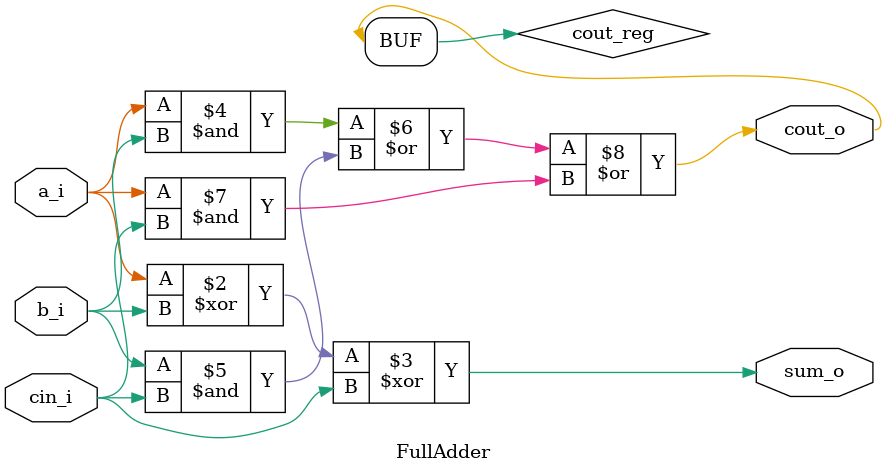
<source format=v>
`timescale 1ns / 1ps


module FullAdder( 
input a_i,
input b_i,
input cin_i,
output reg sum_o,
output cout_o);

//reg sum_reg;
reg cout_reg;

always @(*) begin
    sum_o = a_i ^ b_i ^ cin_i;
    cout_reg = (a_i & b_i) | (b_i & cin_i) | (a_i & cin_i);
end
assign cout_o = cout_reg;
endmodule

</source>
